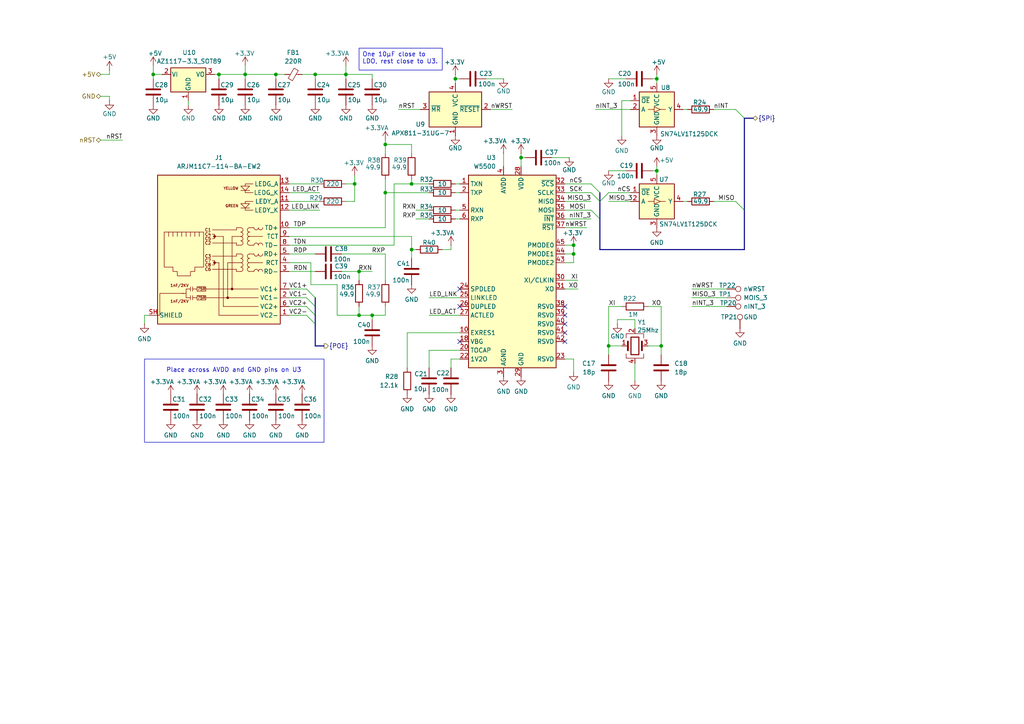
<source format=kicad_sch>
(kicad_sch (version 20241209) (generator "eeschema") (generator_version "8.99")
  (paper "A4")
  (title_block (title "Poe Ethernet GPIB Adapter") (date "2024-12-25") (rev "1") (company "KOFOTRONIC"))
  (bus_alias "POE" (members "VC1+" "VC1-" "VC2+" "VC2-"))
  (rectangle (start 41.91 104.14) (end 93.98 128.27))
  (text "Place across AVDD and GND pins on U3" (at 67.818 107.442 0) (effects (font (size 1.27 1.27))))
  (text_box "One 10µF close to LDO, rest close to U3.\n" (at 104.14 13.97 0) (size 24.13 6.35) (margins 0.9525 0.9525 0.9525 0.9525) (effects (font (size 1.27 1.27)) (justify left top)))
  (junction (at 190.5 49.53))
  (junction (at 111.76 55.88))
  (junction (at 104.14 91.44))
  (junction (at 44.45 21.59))
  (junction (at 119.38 53.34))
  (junction (at 104.14 78.74))
  (junction (at 107.95 91.44))
  (junction (at 176.53 100.33))
  (junction (at 119.38 72.39))
  (junction (at 102.87 53.34))
  (junction (at 80.01 21.59))
  (junction (at 111.76 41.91))
  (junction (at 151.13 45.72))
  (junction (at 91.44 21.59))
  (junction (at 71.12 21.59))
  (junction (at 100.33 21.59))
  (junction (at 63.5 21.59))
  (junction (at 166.37 73.66))
  (junction (at 191.77 100.33))
  (junction (at 190.5 22.86))
  (junction (at 132.08 22.86))
  (junction (at 166.37 71.12))
  (no_connect (at 133.35 99.06))
  (no_connect (at 133.35 88.9))
  (no_connect (at 163.83 99.06))
  (no_connect (at 163.83 93.98))
  (no_connect (at 163.83 91.44))
  (no_connect (at 163.83 88.9))
  (no_connect (at 163.83 96.52))
  (no_connect (at 133.35 83.82))
  (bus_entry (at 173.99 58.42) (size 2.54 -2.54))
  (bus_entry (at 173.99 63.5) (size -2.54 -2.54))
  (bus_entry (at 91.44 93.98) (size -2.54 -2.54))
  (bus_entry (at 91.44 91.44) (size -2.54 -2.54))
  (bus_entry (at 215.9 60.96) (size -2.54 -2.54))
  (bus_entry (at 91.44 88.9) (size -2.54 -2.54))
  (bus_entry (at 173.99 58.42) (size -2.54 -2.54))
  (bus_entry (at 91.44 86.36) (size -2.54 -2.54))
  (bus_entry (at 215.9 34.29) (size -2.54 -2.54))
  (bus_entry (at 173.99 55.88) (size -2.54 -2.54))
  (wire (pts (xy 124.46 101.6) (xy 124.46 106.68)))
  (wire (pts (xy 83.82 91.44) (xy 88.9 91.44)))
  (wire (pts (xy 200.66 86.36) (xy 210.82 86.36)))
  (wire (pts (xy 163.83 60.96) (xy 171.45 60.96)))
  (bus (pts (xy 173.99 55.88) (xy 173.99 58.42)))
  (wire (pts (xy 132.08 22.86) (xy 132.08 24.13)))
  (wire (pts (xy 99.06 73.66) (xy 111.76 73.66)))
  (wire (pts (xy 100.33 19.05) (xy 100.33 21.59)))
  (wire (pts (xy 114.3 71.12) (xy 114.3 53.34)))
  (bus (pts (xy 173.99 72.39) (xy 173.99 63.5)))
  (wire (pts (xy 132.08 53.34) (xy 133.35 53.34)))
  (wire (pts (xy 190.5 22.86) (xy 190.5 24.13)))
  (wire (pts (xy 62.23 21.59) (xy 63.5 21.59)))
  (wire (pts (xy 63.5 21.59) (xy 63.5 22.86)))
  (wire (pts (xy 190.5 49.53) (xy 190.5 50.8)))
  (wire (pts (xy 207.01 31.75) (xy 213.36 31.75)))
  (bus (pts (xy 91.44 91.44) (xy 91.44 93.98)))
  (wire (pts (xy 111.76 66.04) (xy 111.76 55.88)))
  (wire (pts (xy 107.95 91.44) (xy 104.14 91.44)))
  (wire (pts (xy 167.64 83.82) (xy 163.83 83.82)))
  (wire (pts (xy 100.33 58.42) (xy 102.87 58.42)))
  (wire (pts (xy 176.53 100.33) (xy 176.53 102.87)))
  (wire (pts (xy 166.37 76.2) (xy 166.37 73.66)))
  (wire (pts (xy 107.95 21.59) (xy 100.33 21.59)))
  (wire (pts (xy 83.82 55.88) (xy 92.71 55.88)))
  (wire (pts (xy 132.08 60.96) (xy 133.35 60.96)))
  (wire (pts (xy 90.17 82.55) (xy 97.79 82.55)))
  (wire (pts (xy 100.33 53.34) (xy 102.87 53.34)))
  (wire (pts (xy 83.82 88.9) (xy 88.9 88.9)))
  (wire (pts (xy 97.79 82.55) (xy 97.79 91.44)))
  (wire (pts (xy 180.34 100.33) (xy 176.53 100.33)))
  (wire (pts (xy 176.53 55.88) (xy 182.88 55.88)))
  (wire (pts (xy 44.45 21.59) (xy 46.99 21.59)))
  (wire (pts (xy 207.01 58.42) (xy 213.36 58.42)))
  (wire (pts (xy 163.83 73.66) (xy 166.37 73.66)))
  (wire (pts (xy 191.77 100.33) (xy 191.77 102.87)))
  (wire (pts (xy 83.82 60.96) (xy 92.71 60.96)))
  (wire (pts (xy 71.12 21.59) (xy 71.12 22.86)))
  (wire (pts (xy 176.53 49.53) (xy 181.61 49.53)))
  (wire (pts (xy 114.3 53.34) (xy 119.38 53.34)))
  (wire (pts (xy 91.44 21.59) (xy 91.44 22.86)))
  (wire (pts (xy 44.45 21.59) (xy 44.45 22.86)))
  (wire (pts (xy 187.96 100.33) (xy 191.77 100.33)))
  (wire (pts (xy 119.38 52.07) (xy 119.38 53.34)))
  (wire (pts (xy 83.82 76.2) (xy 90.17 76.2)))
  (wire (pts (xy 120.65 60.96) (xy 124.46 60.96)))
  (wire (pts (xy 31.75 21.59) (xy 29.21 21.59)))
  (wire (pts (xy 151.13 45.72) (xy 151.13 48.26)))
  (wire (pts (xy 107.95 91.44) (xy 107.95 92.71)))
  (wire (pts (xy 71.12 21.59) (xy 63.5 21.59)))
  (wire (pts (xy 130.81 104.14) (xy 130.81 106.68)))
  (wire (pts (xy 166.37 104.14) (xy 166.37 107.95)))
  (wire (pts (xy 104.14 91.44) (xy 104.14 88.9)))
  (wire (pts (xy 163.83 53.34) (xy 171.45 53.34)))
  (wire (pts (xy 130.81 72.39) (xy 128.27 72.39)))
  (wire (pts (xy 146.05 44.45) (xy 146.05 48.26)))
  (wire (pts (xy 97.79 91.44) (xy 104.14 91.44)))
  (wire (pts (xy 111.76 91.44) (xy 107.95 91.44)))
  (wire (pts (xy 142.24 31.75) (xy 148.59 31.75)))
  (wire (pts (xy 166.37 104.14) (xy 163.83 104.14)))
  (wire (pts (xy 41.91 91.44) (xy 41.91 93.98)))
  (wire (pts (xy 111.76 40.64) (xy 111.76 41.91)))
  (wire (pts (xy 151.13 45.72) (xy 152.4 45.72)))
  (wire (pts (xy 176.53 58.42) (xy 182.88 58.42)))
  (wire (pts (xy 167.64 81.28) (xy 163.83 81.28)))
  (wire (pts (xy 176.53 88.9) (xy 176.53 100.33)))
  (bus (pts (xy 91.44 100.33) (xy 93.98 100.33)))
  (wire (pts (xy 124.46 86.36) (xy 133.35 86.36)))
  (wire (pts (xy 118.11 96.52) (xy 133.35 96.52)))
  (wire (pts (xy 165.1 45.72) (xy 160.02 45.72)))
  (wire (pts (xy 190.5 21.59) (xy 190.5 22.86)))
  (wire (pts (xy 119.38 44.45) (xy 119.38 41.91)))
  (bus (pts (xy 215.9 34.29) (xy 215.9 60.96)))
  (wire (pts (xy 83.82 58.42) (xy 92.71 58.42)))
  (wire (pts (xy 29.21 27.94) (xy 31.75 27.94)))
  (wire (pts (xy 111.76 55.88) (xy 124.46 55.88)))
  (wire (pts (xy 111.76 73.66) (xy 111.76 81.28)))
  (wire (pts (xy 172.72 31.75) (xy 182.88 31.75)))
  (bus (pts (xy 173.99 72.39) (xy 215.9 72.39)))
  (wire (pts (xy 80.01 21.59) (xy 80.01 22.86)))
  (wire (pts (xy 83.82 86.36) (xy 88.9 86.36)))
  (wire (pts (xy 184.15 92.71) (xy 179.07 92.71)))
  (wire (pts (xy 166.37 73.66) (xy 166.37 71.12)))
  (wire (pts (xy 111.76 52.07) (xy 111.76 55.88)))
  (wire (pts (xy 91.44 21.59) (xy 100.33 21.59)))
  (wire (pts (xy 120.65 63.5) (xy 124.46 63.5)))
  (wire (pts (xy 90.17 76.2) (xy 90.17 82.55)))
  (wire (pts (xy 104.14 78.74) (xy 107.95 78.74)))
  (wire (pts (xy 83.82 71.12) (xy 114.3 71.12)))
  (wire (pts (xy 83.82 68.58) (xy 119.38 68.58)))
  (wire (pts (xy 35.56 40.64) (xy 29.21 40.64)))
  (wire (pts (xy 133.35 101.6) (xy 124.46 101.6)))
  (wire (pts (xy 115.57 31.75) (xy 121.92 31.75)))
  (bus (pts (xy 218.44 34.29) (xy 215.9 34.29)))
  (wire (pts (xy 190.5 48.26) (xy 190.5 49.53)))
  (bus (pts (xy 91.44 88.9) (xy 91.44 91.44)))
  (bus (pts (xy 215.9 60.96) (xy 215.9 72.39)))
  (wire (pts (xy 102.87 53.34) (xy 102.87 58.42)))
  (wire (pts (xy 200.66 88.9) (xy 210.82 88.9)))
  (wire (pts (xy 31.75 27.94) (xy 31.75 29.21)))
  (wire (pts (xy 163.83 66.04) (xy 170.18 66.04)))
  (wire (pts (xy 163.83 55.88) (xy 171.45 55.88)))
  (wire (pts (xy 198.12 31.75) (xy 199.39 31.75)))
  (wire (pts (xy 80.01 21.59) (xy 71.12 21.59)))
  (bus (pts (xy 91.44 86.36) (xy 91.44 88.9)))
  (bus (pts (xy 173.99 58.42) (xy 173.99 63.5)))
  (wire (pts (xy 31.75 20.32) (xy 31.75 21.59)))
  (wire (pts (xy 104.14 78.74) (xy 99.06 78.74)))
  (wire (pts (xy 184.15 105.41) (xy 184.15 110.49)))
  (wire (pts (xy 102.87 50.8) (xy 102.87 53.34)))
  (wire (pts (xy 83.82 73.66) (xy 91.44 73.66)))
  (wire (pts (xy 132.08 63.5) (xy 133.35 63.5)))
  (wire (pts (xy 111.76 41.91) (xy 111.76 44.45)))
  (wire (pts (xy 83.82 78.74) (xy 91.44 78.74)))
  (wire (pts (xy 187.96 88.9) (xy 191.77 88.9)))
  (wire (pts (xy 82.55 21.59) (xy 80.01 21.59)))
  (wire (pts (xy 184.15 95.25) (xy 184.15 92.71)))
  (wire (pts (xy 83.82 53.34) (xy 92.71 53.34)))
  (wire (pts (xy 179.07 92.71) (xy 179.07 93.98)))
  (wire (pts (xy 189.23 49.53) (xy 190.5 49.53)))
  (wire (pts (xy 133.35 104.14) (xy 130.81 104.14)))
  (wire (pts (xy 43.18 91.44) (xy 41.91 91.44)))
  (wire (pts (xy 176.53 22.86) (xy 181.61 22.86)))
  (wire (pts (xy 119.38 41.91) (xy 111.76 41.91)))
  (wire (pts (xy 119.38 72.39) (xy 119.38 74.93)))
  (wire (pts (xy 191.77 88.9) (xy 191.77 100.33)))
  (wire (pts (xy 87.63 21.59) (xy 91.44 21.59)))
  (wire (pts (xy 104.14 81.28) (xy 104.14 78.74)))
  (wire (pts (xy 124.46 91.44) (xy 133.35 91.44)))
  (wire (pts (xy 189.23 22.86) (xy 190.5 22.86)))
  (wire (pts (xy 71.12 19.05) (xy 71.12 21.59)))
  (wire (pts (xy 83.82 83.82) (xy 88.9 83.82)))
  (wire (pts (xy 130.81 71.12) (xy 130.81 72.39)))
  (wire (pts (xy 107.95 22.86) (xy 107.95 21.59)))
  (wire (pts (xy 151.13 44.45) (xy 151.13 45.72)))
  (wire (pts (xy 200.66 83.82) (xy 210.82 83.82)))
  (wire (pts (xy 163.83 63.5) (xy 171.45 63.5)))
  (wire (pts (xy 132.08 21.59) (xy 132.08 22.86)))
  (wire (pts (xy 180.34 88.9) (xy 176.53 88.9)))
  (wire (pts (xy 132.08 55.88) (xy 133.35 55.88)))
  (wire (pts (xy 111.76 88.9) (xy 111.76 91.44)))
  (wire (pts (xy 118.11 106.68) (xy 118.11 96.52)))
  (wire (pts (xy 119.38 68.58) (xy 119.38 72.39)))
  (wire (pts (xy 146.05 22.86) (xy 140.97 22.86)))
  (wire (pts (xy 83.82 66.04) (xy 111.76 66.04)))
  (wire (pts (xy 198.12 58.42) (xy 199.39 58.42)))
  (wire (pts (xy 119.38 72.39) (xy 120.65 72.39)))
  (bus (pts (xy 91.44 93.98) (xy 91.44 100.33)))
  (wire (pts (xy 44.45 19.05) (xy 44.45 21.59)))
  (wire (pts (xy 119.38 53.34) (xy 124.46 53.34)))
  (wire (pts (xy 163.83 58.42) (xy 171.45 58.42)))
  (wire (pts (xy 163.83 76.2) (xy 166.37 76.2)))
  (wire (pts (xy 132.08 22.86) (xy 133.35 22.86)))
  (wire (pts (xy 166.37 71.12) (xy 163.83 71.12)))
  (wire (pts (xy 182.88 29.21) (xy 180.34 29.21)))
  (wire (pts (xy 100.33 21.59) (xy 100.33 22.86)))
  (wire (pts (xy 54.61 30.48) (xy 54.61 29.21)))
  (wire (pts (xy 180.34 29.21) (xy 180.34 39.37)))
  (label "nINT" (at 207.01 31.75 0))
  (label "LED_ACT" (at 92.71 55.88 180))
  (label "LED_LNK" (at 92.71 60.96 180))
  (label "VC1-" (at 83.82 86.36 0))
  (label "LED_LNK" (at 124.46 86.36 0))
  (label "XI" (at 176.53 88.9 0))
  (label "RXN" (at 107.95 78.74 180))
  (label "nINT_3" (at 171.45 63.5 180))
  (label "RXP" (at 120.65 63.5 180))
  (label "RDP" (at 85.09 73.66 0))
  (label "MISO_3" (at 200.66 86.36 0))
  (label "SCK" (at 165.1 55.88 0))
  (label "RXP" (at 111.76 73.66 180))
  (label "LED_ACT" (at 124.46 91.44 0))
  (label "XO" (at 191.77 88.9 180))
  (label "nCS" (at 165.1 53.34 0))
  (label "TDP" (at 85.09 66.04 0))
  (label "nWRST" (at 148.59 31.75 180))
  (label "nWRST" (at 170.18 66.04 180))
  (label "VC1+" (at 83.82 83.82 0))
  (label "RXN" (at 120.65 60.96 180))
  (label "MOSI" (at 165.1 60.96 0))
  (label "MISO_3" (at 176.53 58.42 0))
  (label "XI" (at 167.64 81.28 180))
  (label "nRST" (at 115.57 31.75 0))
  (label "XO" (at 167.64 83.82 180))
  (label "nCS" (at 179.07 55.88 0))
  (label "nWRST" (at 200.66 83.82 0))
  (label "nRST" (at 35.56 40.64 180))
  (label "VC2-" (at 83.82 91.44 0))
  (label "RDN" (at 85.09 78.74 0))
  (label "TDN" (at 85.09 71.12 0))
  (label "nINT_3" (at 172.72 31.75 0))
  (label "nINT_3" (at 200.66 88.9 0))
  (label "MISO_3" (at 171.45 58.42 180))
  (label "VC2+" (at 83.82 88.9 0))
  (label "MISO" (at 208.28 58.42 0))
  (hierarchical_label "{SPI}" (shape bidirectional) (at 218.44 34.29 0))
  (hierarchical_label "+5V" (shape bidirectional) (at 29.21 21.59 180))
  (hierarchical_label "nRST" (shape bidirectional) (at 29.21 40.64 180))
  (hierarchical_label "{POE}" (shape output) (at 93.98 100.33 0))
  (hierarchical_label "GND" (shape bidirectional) (at 29.21 27.94 180))
  (symbol (lib_id "Device:C") (at 80.01 26.67 0) (unit 1)
    (property "Reference" "C27" (at 84.328 24.638 0) (effects (justify right)))
    (property "Value" "10µ" (at 80.518 28.956 0) (effects (justify left)))
    (property "Footprint" "Capacitor_SMD:C_0402_1005Metric" (effects (hide yes)))
    (property "Description" "Unpolarized capacitor" (effects (hide yes)))
    (property "Model" "GRM155R60J106ME05D" (effects (hide yes)))
    (property "Manufacturer" "Murata" (effects (hide yes)))
    (property "JLCPCB" "C15525" (effects (hide yes)))
  )
  (symbol (lib_id "power:GND") (at 184.15 110.49 0) (unit 1)
    (property "Reference" "#PWR072" (effects (hide yes)))
    (property "Value" "GND" (at 184.15 114.808 0))
    (property "Description" "Power symbol creates a global label with name \"GND\" , ground" (effects (hide yes)))
  )
  (symbol (lib_id "Device:C") (at 80.01 118.11 180) (unit 1)
    (property "Reference" "C35" (at 84.328 115.824 0) (effects (justify left)))
    (property "Value" "100n" (at 85.598 120.65 0) (effects (justify left)))
    (property "Footprint" "Capacitor_SMD:C_0402_1005Metric" (effects (hide yes)))
    (property "Description" "Unpolarized capacitor" (effects (hide yes)))
    (property "Model" "C0402C104K4RACTU" (effects (hide yes)))
    (property "Manufacturer" "KEMET" (effects (hide yes)))
    (property "JLCPCB" "C1525" (effects (hide yes)))
  )
  (symbol (lib_id "power:GND") (at 80.01 121.92 0) (unit 1)
    (property "Reference" "#PWR0117" (effects (hide yes)))
    (property "Value" "GND" (at 80.01 126.238 0))
    (property "Description" "Power symbol creates a global label with name \"GND\" , ground" (effects (hide yes)))
  )
  (symbol (lib_id "power:GND") (at 190.5 66.04 0) (unit 1)
    (property "Reference" "#PWR080" (effects (hide yes)))
    (property "Value" "GND" (at 190.5 70.358 0))
    (property "Description" "Power symbol creates a global label with name \"GND\" , ground" (effects (hide yes)))
  )
  (symbol (lib_id "Device:C") (at 49.53 118.11 180) (unit 1)
    (property "Reference" "C31" (at 53.848 115.824 0) (effects (justify left)))
    (property "Value" "100n" (at 55.118 120.65 0) (effects (justify left)))
    (property "Footprint" "Capacitor_SMD:C_0402_1005Metric" (effects (hide yes)))
    (property "Description" "Unpolarized capacitor" (effects (hide yes)))
    (property "Model" "C0402C104K4RACTU" (effects (hide yes)))
    (property "Manufacturer" "KEMET" (effects (hide yes)))
    (property "JLCPCB" "C1525" (effects (hide yes)))
  )
  (symbol (lib_id "Regulator_Linear:AZ1117-3.3_SOT89") (at 54.61 21.59 0) (unit 1)
    (property "Reference" "U10" (at 54.864 15.24 0))
    (property "Value" "AZ1117-3.3_SOT89" (at 54.864 17.78 0))
    (property "Footprint" "Package_TO_SOT_SMD:SOT-89-3" (effects (hide yes)))
    (property "Datasheet" "https://www.diodes.com/assets/Datasheets/AZ1117.pdf" (effects (hide yes)))
    (property "Description" "1A 20V Fixed LDO Linear Regulator, 3.3V, SOT-89" (effects (hide yes)))
    (property "Model" "AZ1117CR2-3.3TRG1" (effects (hide yes)))
    (property "Manufacturer" "Diodes Incorporated" (effects (hide yes)))
    (property "JLCPCB" "C362111 " (effects (hide yes)))
  )
  (symbol (lib_id "Device:R") (at 203.2 58.42 90) (mirror x) (unit 1)
    (property "Reference" "R27" (at 202.946 56.388 90))
    (property "Value" "49.9" (at 203.2 58.42 90))
    (property "Footprint" "Resistor_SMD:R_0402_1005Metric" (effects (hide yes)))
    (property "Description" "Resistor" (effects (hide yes)))
    (property "Model" "RC0402FR-0749R9L" (effects (hide yes)))
    (property "Manufacturer" "Yageo" (effects (hide yes)))
  )
  (symbol (lib_id "Device:R") (at 111.76 48.26 0) (mirror x) (unit 1)
    (property "Reference" "R38" (at 108.458 46.482 0))
    (property "Value" "49.9" (at 108.204 48.514 0))
    (property "Footprint" "Resistor_SMD:R_0402_1005Metric" (effects (hide yes)))
    (property "Description" "Resistor" (effects (hide yes)))
    (property "Model" "RC0402FR-0749R9L" (effects (hide yes)))
    (property "Manufacturer" "Yageo" (effects (hide yes)))
  )
  (symbol (lib_id "power:GND") (at 191.77 110.49 0) (unit 1)
    (property "Reference" "#PWR071" (effects (hide yes)))
    (property "Value" "GND" (at 191.77 114.808 0))
    (property "Description" "Power symbol creates a global label with name \"GND\" , ground" (effects (hide yes)))
  )
  (symbol (lib_id "Device:C") (at 91.44 26.67 0) (unit 1)
    (property "Reference" "C24" (at 95.758 24.638 0) (effects (justify right)))
    (property "Value" "10µ" (at 91.948 28.956 0) (effects (justify left)))
    (property "Footprint" "Capacitor_SMD:C_0402_1005Metric" (effects (hide yes)))
    (property "Description" "Unpolarized capacitor" (effects (hide yes)))
    (property "Model" "GRM155R60J106ME05D" (effects (hide yes)))
    (property "Manufacturer" "Murata" (effects (hide yes)))
    (property "JLCPCB" "C15525" (effects (hide yes)))
  )
  (symbol (lib_id "Device:R") (at 128.27 55.88 90) (unit 1)
    (property "Reference" "R33" (at 123.698 54.864 90))
    (property "Value" "10" (at 128.27 55.88 90))
    (property "Footprint" "Resistor_SMD:R_0402_1005Metric" (effects (hide yes)))
    (property "Description" "Resistor" (effects (hide yes)))
    (property "Model" "RC0402FR-0710RL" (effects (hide yes)))
    (property "Manufacturer" "Yageo" (effects (hide yes)))
  )
  (symbol (lib_id "Device:C") (at 107.95 26.67 0) (unit 1)
    (property "Reference" "C30" (at 112.268 24.638 0) (effects (justify right)))
    (property "Value" "10µ" (at 108.458 28.956 0) (effects (justify left)))
    (property "Footprint" "Capacitor_SMD:C_0402_1005Metric" (effects (hide yes)))
    (property "Description" "Unpolarized capacitor" (effects (hide yes)))
    (property "Model" "GRM155R60J106ME05D" (effects (hide yes)))
    (property "Manufacturer" "Murata" (effects (hide yes)))
    (property "JLCPCB" "C15525" (effects (hide yes)))
  )
  (symbol (lib_id "power:GND") (at 107.95 30.48 0) (unit 1)
    (property "Reference" "#PWR0103" (effects (hide yes)))
    (property "Value" "GND" (at 107.95 34.29 0))
    (property "Description" "Power symbol creates a global label with name \"GND\" , ground" (effects (hide yes)))
  )
  (symbol (lib_id "Device:R") (at 203.2 31.75 90) (mirror x) (unit 1)
    (property "Reference" "R24" (at 202.946 29.718 90))
    (property "Value" "49.9" (at 203.2 31.75 90))
    (property "Footprint" "Resistor_SMD:R_0402_1005Metric" (effects (hide yes)))
    (property "Description" "Resistor" (effects (hide yes)))
    (property "Model" "RC0402FR-0749R9L" (effects (hide yes)))
    (property "Manufacturer" "Yageo" (effects (hide yes)))
  )
  (symbol (lib_id "power:GND") (at 176.53 49.53 0) (mirror y) (unit 1)
    (property "Reference" "#PWR082" (effects (hide yes)))
    (property "Value" "GND" (at 176.53 53.086 0))
    (property "Description" "Power symbol creates a global label with name \"GND\" , ground" (effects (hide yes)))
  )
  (symbol (lib_id "power:GND") (at 130.81 114.3 0) (mirror y) (unit 1)
    (property "Reference" "#PWR086" (effects (hide yes)))
    (property "Value" "GND" (at 130.81 118.618 0))
    (property "Description" "Power symbol creates a global label with name \"GND\" , ground" (effects (hide yes)))
  )
  (symbol (lib_id "Device:C") (at 107.95 96.52 0) (mirror x) (unit 1)
    (property "Reference" "C40" (at 103.632 94.234 0) (effects (justify left)))
    (property "Value" "100n" (at 102.362 99.06 0) (effects (justify left)))
    (property "Footprint" "Capacitor_SMD:C_0402_1005Metric" (effects (hide yes)))
    (property "Description" "Unpolarized capacitor" (effects (hide yes)))
    (property "Model" "C0402C104K4RACTU" (effects (hide yes)))
    (property "Manufacturer" "KEMET" (effects (hide yes)))
    (property "JLCPCB" "C1525" (effects (hide yes)))
  )
  (symbol (lib_id "power:GND") (at 151.13 109.22 0) (mirror y) (unit 1)
    (property "Reference" "#PWR075" (effects (hide yes)))
    (property "Value" "GND" (at 151.13 113.538 0))
    (property "Description" "Power symbol creates a global label with name \"GND\" , ground" (effects (hide yes)))
  )
  (symbol (lib_id "power:+5V") (at 190.5 48.26 0) (unit 1)
    (property "Reference" "#PWR083" (effects (hide yes)))
    (property "Value" "+5V" (at 193.294 46.482 0))
    (property "Description" "Power symbol creates a global label with name \"+5V\"" (effects (hide yes)))
  )
  (symbol (lib_id "power:GND") (at 31.75 29.21 0) (unit 1)
    (property "Reference" "#PWR0126" (effects (hide yes)))
    (property "Value" "GND" (at 31.75 33.02 0))
    (property "Description" "Power symbol creates a global label with name \"GND\" , ground" (effects (hide yes)))
  )
  (symbol (lib_id "Device:C") (at 44.45 26.67 0) (unit 1)
    (property "Reference" "C28" (at 48.768 24.638 0) (effects (justify right)))
    (property "Value" "10µ" (at 44.958 28.956 0) (effects (justify left)))
    (property "Footprint" "Capacitor_SMD:C_0402_1005Metric" (effects (hide yes)))
    (property "Description" "Unpolarized capacitor" (effects (hide yes)))
    (property "Model" "GRM155R60J106ME05D" (effects (hide yes)))
    (property "Manufacturer" "Murata" (effects (hide yes)))
    (property "JLCPCB" "C15525" (effects (hide yes)))
  )
  (symbol (lib_id "power:GND") (at 44.45 30.48 0) (unit 1)
    (property "Reference" "#PWR0101" (effects (hide yes)))
    (property "Value" "GND" (at 44.45 34.29 0))
    (property "Description" "Power symbol creates a global label with name \"GND\" , ground" (effects (hide yes)))
  )
  (symbol (lib_id "Device:C") (at 95.25 78.74 270) (mirror x) (unit 1)
    (property "Reference" "C39" (at 97.028 77.216 90) (effects (justify left)))
    (property "Value" "100n" (at 96.774 80.264 90) (effects (justify left)))
    (property "Footprint" "Capacitor_SMD:C_0402_1005Metric" (effects (hide yes)))
    (property "Description" "Unpolarized capacitor" (effects (hide yes)))
    (property "Model" "C0402C104K4RACTU" (effects (hide yes)))
    (property "Manufacturer" "KEMET" (effects (hide yes)))
    (property "JLCPCB" "C1525" (effects (hide yes)))
  )
  (symbol (lib_id "power:+3.3VA") (at 64.77 114.3 0) (unit 1)
    (property "Reference" "#PWR0111" (effects (hide yes)))
    (property "Value" "+3.3VA" (at 62.23 110.744 0))
    (property "Description" "Power symbol creates a global label with name \"+3.3VA\"" (effects (hide yes)))
  )
  (symbol (lib_id "Device:C") (at 185.42 49.53 90) (unit 1)
    (property "Reference" "C19" (at 183.642 48.006 90) (effects (justify left)))
    (property "Value" "100n" (at 183.896 51.054 90) (effects (justify left)))
    (property "Footprint" "Capacitor_SMD:C_0402_1005Metric" (effects (hide yes)))
    (property "Description" "Unpolarized capacitor" (effects (hide yes)))
    (property "Model" "C0402C104K4RACTU" (effects (hide yes)))
    (property "Manufacturer" "KEMET" (effects (hide yes)))
    (property "JLCPCB" "C1525" (effects (hide yes)))
  )
  (symbol (lib_id "Device:C") (at 87.63 118.11 180) (unit 1)
    (property "Reference" "C36" (at 91.948 115.824 0) (effects (justify left)))
    (property "Value" "100n" (at 93.218 120.65 0) (effects (justify left)))
    (property "Footprint" "Capacitor_SMD:C_0402_1005Metric" (effects (hide yes)))
    (property "Description" "Unpolarized capacitor" (effects (hide yes)))
    (property "Model" "C0402C104K4RACTU" (effects (hide yes)))
    (property "Manufacturer" "KEMET" (effects (hide yes)))
    (property "JLCPCB" "C1525" (effects (hide yes)))
  )
  (symbol (lib_id "Device:C") (at 71.12 26.67 0) (unit 1)
    (property "Reference" "C26" (at 75.438 24.638 0) (effects (justify right)))
    (property "Value" "10µ" (at 71.628 28.956 0) (effects (justify left)))
    (property "Footprint" "Capacitor_SMD:C_0402_1005Metric" (effects (hide yes)))
    (property "Description" "Unpolarized capacitor" (effects (hide yes)))
    (property "Model" "GRM155R60J106ME05D" (effects (hide yes)))
    (property "Manufacturer" "Murata" (effects (hide yes)))
    (property "JLCPCB" "C15525" (effects (hide yes)))
  )
  (symbol (lib_id "Device:Crystal_GND24") (at 184.15 100.33 0) (unit 1)
    (property "Reference" "Y1" (at 186.182 93.472 0))
    (property "Value" "25Mhz" (at 187.96 95.758 0))
    (property "Footprint" "Crystal:Crystal_SMD_2520-4Pin_2.5x2.0mm" (effects (hide yes)))
    (property "Description" "Four pin crystal, GND on pins 2 and 4" (effects (hide yes)))
    (property "Model" "ECS-250-18-36B2-CTY-TR" (effects (hide yes)))
    (property "Manufacturer" "ECS" (effects (hide yes)))
    (property "JLCPCB" "C5727305" (effects (hide yes)))
  )
  (symbol (lib_id "Device:FerriteBead_Small") (at 85.09 21.59 90) (unit 1)
    (property "Reference" "FB1" (at 85.0519 15.24 90))
    (property "Value" "220R" (at 85.0519 17.78 90))
    (property "Footprint" "Inductor_SMD:L_0603_1608Metric" (effects (hide yes)))
    (property "Datasheet" "https://no.mouser.com/datasheet/2/54/mgmumz-1067070.pdf" (effects (hide yes)))
    (property "Description" "Ferrite bead, small symbol" (effects (hide yes)))
    (property "Model" "MU1608-221Y " (effects (hide yes)))
    (property "Manufacturer" "Bourns" (effects (hide yes)))
    (property "JLCPCB" "C139471" (effects (hide yes)))
  )
  (symbol (lib_id "Device:C") (at 124.46 110.49 0) (mirror y) (unit 1)
    (property "Reference" "C21" (at 120.142 108.458 0) (effects (justify right)))
    (property "Value" "10µ" (at 123.952 112.776 0) (effects (justify left)))
    (property "Footprint" "Capacitor_SMD:C_0402_1005Metric" (effects (hide yes)))
    (property "Description" "Unpolarized capacitor" (effects (hide yes)))
    (property "Model" "GRM155R60J106ME05D" (effects (hide yes)))
    (property "Manufacturer" "Murata" (effects (hide yes)))
    (property "JLCPCB" "C15525" (effects (hide yes)))
  )
  (symbol (lib_id "Device:C") (at 185.42 22.86 90) (unit 1)
    (property "Reference" "C20" (at 183.134 21.336 90) (effects (justify left)))
    (property "Value" "100n" (at 184.15 24.384 90) (effects (justify left)))
    (property "Footprint" "Capacitor_SMD:C_0402_1005Metric" (effects (hide yes)))
    (property "Description" "Unpolarized capacitor" (effects (hide yes)))
    (property "Model" "C0402C104K4RACTU" (effects (hide yes)))
    (property "Manufacturer" "KEMET" (effects (hide yes)))
    (property "JLCPCB" "C1525" (effects (hide yes)))
  )
  (symbol (lib_id "Device:R") (at 111.76 85.09 0) (mirror x) (unit 1)
    (property "Reference" "R37" (at 108.458 83.312 0))
    (property "Value" "49.9" (at 108.204 85.344 0))
    (property "Footprint" "Resistor_SMD:R_0402_1005Metric" (effects (hide yes)))
    (property "Description" "Resistor" (effects (hide yes)))
    (property "Model" "RC0402FR-0749R9L" (effects (hide yes)))
    (property "Manufacturer" "Yageo" (effects (hide yes)))
  )
  (symbol (lib_id "power:GND") (at 72.39 121.92 0) (unit 1)
    (property "Reference" "#PWR0114" (effects (hide yes)))
    (property "Value" "GND" (at 72.39 126.238 0))
    (property "Description" "Power symbol creates a global label with name \"GND\" , ground" (effects (hide yes)))
  )
  (symbol (lib_id "power:GND") (at 64.77 121.92 0) (unit 1)
    (property "Reference" "#PWR0113" (effects (hide yes)))
    (property "Value" "GND" (at 64.77 126.238 0))
    (property "Description" "Power symbol creates a global label with name \"GND\" , ground" (effects (hide yes)))
  )
  (symbol (lib_id "power:GND") (at 80.01 30.48 0) (unit 1)
    (property "Reference" "#PWR0100" (effects (hide yes)))
    (property "Value" "GND" (at 80.01 34.29 0))
    (property "Description" "Power symbol creates a global label with name \"GND\" , ground" (effects (hide yes)))
  )
  (symbol (lib_id "power:GND") (at 91.44 30.48 0) (unit 1)
    (property "Reference" "#PWR098" (effects (hide yes)))
    (property "Value" "GND" (at 91.44 34.29 0))
    (property "Description" "Power symbol creates a global label with name \"GND\" , ground" (effects (hide yes)))
  )
  (symbol (lib_id "Device:R") (at 124.46 72.39 90) (mirror x) (unit 1)
    (property "Reference" "R40" (at 124.46 70.358 90))
    (property "Value" "10" (at 124.46 72.39 90))
    (property "Footprint" "Resistor_SMD:R_0402_1005Metric" (effects (hide yes)))
    (property "Description" "Resistor" (effects (hide yes)))
    (property "Model" "RC0402FR-0710RL" (effects (hide yes)))
    (property "Manufacturer" "Yageo" (effects (hide yes)))
  )
  (symbol (lib_id "Device:C") (at 156.21 45.72 270) (mirror x) (unit 1)
    (property "Reference" "C37" (at 157.988 44.196 90) (effects (justify left)))
    (property "Value" "100n" (at 157.734 47.244 90) (effects (justify left)))
    (property "Footprint" "Capacitor_SMD:C_0402_1005Metric" (effects (hide yes)))
    (property "Description" "Unpolarized capacitor" (effects (hide yes)))
    (property "Model" "C0402C104K4RACTU" (effects (hide yes)))
    (property "Manufacturer" "KEMET" (effects (hide yes)))
    (property "JLCPCB" "C1525" (effects (hide yes)))
  )
  (symbol (lib_id "Device:R") (at 104.14 85.09 0) (mirror x) (unit 1)
    (property "Reference" "R36" (at 100.838 83.312 0))
    (property "Value" "49.9" (at 100.584 85.344 0))
    (property "Footprint" "Resistor_SMD:R_0402_1005Metric" (effects (hide yes)))
    (property "Description" "Resistor" (effects (hide yes)))
    (property "Model" "RC0402FR-0749R9L" (effects (hide yes)))
    (property "Manufacturer" "Yageo" (effects (hide yes)))
  )
  (symbol (lib_id "power:+3.3VA") (at 130.81 71.12 0) (unit 1)
    (property "Reference" "#PWR0123" (effects (hide yes)))
    (property "Value" "+3.3VA" (at 128.27 67.564 0))
    (property "Description" "Power symbol creates a global label with name \"+3.3VA\"" (effects (hide yes)))
  )
  (symbol (lib_id "power:GND") (at 180.34 39.37 0) (mirror y) (unit 1)
    (property "Reference" "#PWR078" (effects (hide yes)))
    (property "Value" "GND" (at 180.34 43.688 0))
    (property "Description" "Power symbol creates a global label with name \"GND\" , ground" (effects (hide yes)))
  )
  (symbol (lib_id "power:GND") (at 132.08 39.37 0) (unit 1)
    (property "Reference" "#PWR095" (effects (hide yes)))
    (property "Value" "GND" (at 132.08 42.926 0))
    (property "Description" "Power symbol creates a global label with name \"GND\" , ground" (effects (hide yes)))
  )
  (symbol (lib_id "power:+5V") (at 190.5 21.59 0) (unit 1)
    (property "Reference" "#PWR084" (effects (hide yes)))
    (property "Value" "+5V" (at 191.008 18.034 0))
    (property "Description" "Power symbol creates a global label with name \"+5V\"" (effects (hide yes)))
  )
  (symbol (lib_id "power:+3.3VA") (at 72.39 114.3 0) (unit 1)
    (property "Reference" "#PWR0112" (effects (hide yes)))
    (property "Value" "+3.3VA" (at 69.85 110.744 0))
    (property "Description" "Power symbol creates a global label with name \"+3.3VA\"" (effects (hide yes)))
  )
  (symbol (lib_id "Device:C") (at 119.38 78.74 0) (mirror x) (unit 1)
    (property "Reference" "C41" (at 115.062 76.454 0) (effects (justify left)))
    (property "Value" "100n" (at 113.792 81.28 0) (effects (justify left)))
    (property "Footprint" "Capacitor_SMD:C_0402_1005Metric" (effects (hide yes)))
    (property "Description" "Unpolarized capacitor" (effects (hide yes)))
    (property "Model" "C0402C104K4RACTU" (effects (hide yes)))
    (property "Manufacturer" "KEMET" (effects (hide yes)))
    (property "JLCPCB" "C1525" (effects (hide yes)))
  )
  (symbol (lib_id "Device:C") (at 130.81 110.49 0) (mirror x) (unit 1)
    (property "Reference" "C22" (at 126.492 108.204 0) (effects (justify left)))
    (property "Value" "100n" (at 125.222 113.03 0) (effects (justify left)))
    (property "Footprint" "Capacitor_SMD:C_0402_1005Metric" (effects (hide yes)))
    (property "Description" "Unpolarized capacitor" (effects (hide yes)))
    (property "Model" "C0402C104K4RACTU" (effects (hide yes)))
    (property "Manufacturer" "KEMET" (effects (hide yes)))
    (property "JLCPCB" "C1525" (effects (hide yes)))
  )
  (symbol (lib_id "power:GND") (at 63.5 30.48 0) (unit 1)
    (property "Reference" "#PWR0102" (effects (hide yes)))
    (property "Value" "GND" (at 63.5 34.29 0))
    (property "Description" "Power symbol creates a global label with name \"GND\" , ground" (effects (hide yes)))
  )
  (symbol (lib_id "power:+3.3V") (at 151.13 44.45 0) (unit 1)
    (property "Reference" "#PWR089" (effects (hide yes)))
    (property "Value" "+3.3V" (at 150.876 40.894 0))
    (property "Description" "Power symbol creates a global label with name \"+3.3V\"" (effects (hide yes)))
  )
  (symbol (lib_id "power:GND") (at 119.38 82.55 0) (mirror y) (unit 1)
    (property "Reference" "#PWR0122" (effects (hide yes)))
    (property "Value" "GND" (at 119.38 86.868 0))
    (property "Description" "Power symbol creates a global label with name \"GND\" , ground" (effects (hide yes)))
  )
  (symbol (lib_id "power:+3.3VA") (at 80.01 114.3 0) (unit 1)
    (property "Reference" "#PWR0115" (effects (hide yes)))
    (property "Value" "+3.3VA" (at 77.47 110.744 0))
    (property "Description" "Power symbol creates a global label with name \"+3.3VA\"" (effects (hide yes)))
  )
  (symbol (lib_id "power:+3.3VA") (at 111.76 40.64 0) (unit 1)
    (property "Reference" "#PWR0124" (effects (hide yes)))
    (property "Value" "+3.3VA" (at 109.22 37.084 0))
    (property "Description" "Power symbol creates a global label with name \"+3.3VA\"" (effects (hide yes)))
  )
  (symbol (lib_id "power:GND") (at 41.91 93.98 0) (mirror y) (unit 1)
    (property "Reference" "#PWR091" (effects (hide yes)))
    (property "Value" "GND" (at 41.91 98.298 0))
    (property "Description" "Power symbol creates a global label with name \"GND\" , ground" (effects (hide yes)))
  )
  (symbol (lib_id "power:GND") (at 87.63 121.92 0) (unit 1)
    (property "Reference" "#PWR0118" (effects (hide yes)))
    (property "Value" "GND" (at 87.63 126.238 0))
    (property "Description" "Power symbol creates a global label with name \"GND\" , ground" (effects (hide yes)))
  )
  (symbol (lib_id "Connector:TestPoint") (at 210.82 83.82 270) (unit 1) (in_bom no)
    (property "Reference" "TP22" (at 208.534 82.804 90) (effects (justify left)))
    (property "Value" "nWRST" (at 215.646 83.82 90) (effects (justify left)))
    (property "Footprint" "TestPoint:TestPoint_Pad_D1.0mm" (effects (hide yes)))
    (property "Description" "test point" (effects (hide yes)))
  )
  (symbol (lib_id "Device:C") (at 137.16 22.86 270) (mirror x) (unit 1)
    (property "Reference" "C23" (at 138.938 21.336 90) (effects (justify left)))
    (property "Value" "100n" (at 138.684 24.384 90) (effects (justify left)))
    (property "Footprint" "Capacitor_SMD:C_0402_1005Metric" (effects (hide yes)))
    (property "Description" "Unpolarized capacitor" (effects (hide yes)))
    (property "Model" "C0402C104K4RACTU" (effects (hide yes)))
    (property "Manufacturer" "KEMET" (effects (hide yes)))
    (property "JLCPCB" "C1525" (effects (hide yes)))
  )
  (symbol (lib_id "power:+3.3VA") (at 100.33 19.05 0) (unit 1)
    (property "Reference" "#PWR096" (effects (hide yes)))
    (property "Value" "+3.3VA" (at 97.79 15.494 0))
    (property "Description" "Power symbol creates a global label with name \"+3.3VA\"" (effects (hide yes)))
  )
  (symbol (lib_id "Logic_LevelTranslator:SN74LV1T125DCK") (at 190.5 58.42 0) (unit 1)
    (property "Reference" "U7" (at 192.532 52.07 0))
    (property "Value" "SN74LV1T125DCK" (at 199.644 65.024 0))
    (property "Footprint" "Package_TO_SOT_SMD:SOT-353_SC-70-5" (effects (hide yes)))
    (property "Datasheet" "https://www.ti.com/lit/ds/symlink/sn74lv1t125.pdf" (effects (hide yes)))
    (property "Description" "Single Power Supply, Single Buffer Gate with 3-State Output, CMOS Logic Level Shifter Level Shifter, SC70-5" (effects (hide yes)))
    (property "Model" "SN74LV1T125DCKRG4" (effects (hide yes)))
    (property "Manufacturer" "  Texas Instruments" (effects (hide yes)))
    (property "JLCPCB" "C2859742 " (effects (hide yes)))
  )
  (symbol (lib_id "Connector:RJ45_Abracon_ARJM11C7-114-BA-EW2") (at 63.5 73.66 0) (mirror y) (unit 1)
    (property "Reference" "J1" (at 63.5 45.72 0))
    (property "Value" "ARJM11C7-114-BA-EW2" (at 63.5 48.26 0))
    (property "Footprint" "RJ45:RJ45_ARJM11C7-114-BA-EW2" (effects (hide yes)))
    (property "Datasheet" "https://no.mouser.com/datasheet/2/3/ARJM11-1775072.pdf" (effects (hide yes)))
    (property "Description" "1 Port RJ45 Magjack Connector Through Hole 10/100 Base-T, AutoMDIX, POE" (effects (hide yes)))
    (property "Model" "ARJM11C7-114-BA-EW2" (effects (hide yes)))
    (property "Manufacturer" "ABRACON" (effects (hide yes)))
  )
  (symbol (lib_id "power:+3.3V") (at 71.12 19.05 0) (unit 1)
    (property "Reference" "#PWR0105" (effects (hide yes)))
    (property "Value" "+3.3V" (at 70.866 15.494 0))
    (property "Description" "Power symbol creates a global label with name \"+3.3V\"" (effects (hide yes)))
  )
  (symbol (lib_id "power:GND") (at 176.53 110.49 0) (unit 1)
    (property "Reference" "#PWR070" (effects (hide yes)))
    (property "Value" "GND" (at 176.53 114.808 0))
    (property "Description" "Power symbol creates a global label with name \"GND\" , ground" (effects (hide yes)))
  )
  (symbol (lib_id "Device:R") (at 128.27 60.96 90) (mirror x) (unit 1)
    (property "Reference" "R34" (at 123.698 59.944 90))
    (property "Value" "10" (at 128.27 60.96 90))
    (property "Footprint" "Resistor_SMD:R_0402_1005Metric" (effects (hide yes)))
    (property "Description" "Resistor" (effects (hide yes)))
    (property "Model" "RC0402FR-0710RL" (effects (hide yes)))
    (property "Manufacturer" "Yageo" (effects (hide yes)))
  )
  (symbol (lib_id "power:GND") (at 214.63 95.25 0) (unit 1)
    (property "Reference" "#PWR0127" (effects (hide yes)))
    (property "Value" "GND" (at 214.63 99.568 0))
    (property "Description" "Power symbol creates a global label with name \"GND\" , ground" (effects (hide yes)))
  )
  (symbol (lib_id "Device:C") (at 72.39 118.11 180) (unit 1)
    (property "Reference" "C34" (at 76.708 115.824 0) (effects (justify left)))
    (property "Value" "100n" (at 77.978 120.65 0) (effects (justify left)))
    (property "Footprint" "Capacitor_SMD:C_0402_1005Metric" (effects (hide yes)))
    (property "Description" "Unpolarized capacitor" (effects (hide yes)))
    (property "Model" "C0402C104K4RACTU" (effects (hide yes)))
    (property "Manufacturer" "KEMET" (effects (hide yes)))
    (property "JLCPCB" "C1525" (effects (hide yes)))
  )
  (symbol (lib_id "power:+3.3VA") (at 57.15 114.3 0) (unit 1)
    (property "Reference" "#PWR0108" (effects (hide yes)))
    (property "Value" "+3.3VA" (at 54.61 110.744 0))
    (property "Description" "Power symbol creates a global label with name \"+3.3VA\"" (effects (hide yes)))
  )
  (symbol (lib_id "Power_Supervisor:CAT811TTBI-GT3") (at 132.08 31.75 0) (unit 1)
    (property "Reference" "U9" (at 121.92 36.068 0))
    (property "Value" "APX811-31UG-7" (at 121.92 38.608 0))
    (property "Footprint" "Package_TO_SOT_SMD:SOT-143" (effects (hide yes)))
    (property "Description" "Power supply supervisor, Manual reset, Threshold 3.08V, SOT-143" (effects (hide yes)))
    (property "Model" "APX811-31UG-7" (effects (hide yes)))
    (property "Manufacturer" "Diodes Incorporated" (effects (hide yes)))
    (property "JLCPCB" "C150481" (effects (hide yes)))
  )
  (symbol (lib_id "power:+3.3V") (at 132.08 21.59 0) (unit 1)
    (property "Reference" "#PWR094" (effects (hide yes)))
    (property "Value" "+3.3V" (at 131.826 18.034 0))
    (property "Description" "Power symbol creates a global label with name \"+3.3V\"" (effects (hide yes)))
  )
  (symbol (lib_id "power:GND") (at 49.53 121.92 0) (unit 1)
    (property "Reference" "#PWR0110" (effects (hide yes)))
    (property "Value" "GND" (at 49.53 126.238 0))
    (property "Description" "Power symbol creates a global label with name \"GND\" , ground" (effects (hide yes)))
  )
  (symbol (lib_id "power:+5V") (at 44.45 19.05 0) (unit 1)
    (property "Reference" "#PWR0106" (effects (hide yes)))
    (property "Value" "+5V" (at 44.958 15.494 0))
    (property "Description" "Power symbol creates a global label with name \"+5V\"" (effects (hide yes)))
  )
  (symbol (lib_id "Device:R") (at 184.15 88.9 270) (unit 1)
    (property "Reference" "R22" (at 182.626 86.614 90))
    (property "Value" "1M" (at 183.642 91.186 90))
    (property "Footprint" "Resistor_SMD:R_0402_1005Metric" (effects (hide yes)))
    (property "Description" "Resistor" (effects (hide yes)))
    (property "Model" "RC0402FR-071ML" (effects (hide yes)))
    (property "Manufacturer" "Yageo" (effects (hide yes)))
  )
  (symbol (lib_id "Device:R") (at 128.27 53.34 90) (mirror x) (unit 1)
    (property "Reference" "R32" (at 123.698 52.07 90))
    (property "Value" "10" (at 128.27 53.34 90))
    (property "Footprint" "Resistor_SMD:R_0402_1005Metric" (effects (hide yes)))
    (property "Description" "Resistor" (effects (hide yes)))
    (property "Model" "RC0402FR-0710RL" (effects (hide yes)))
    (property "Manufacturer" "Yageo" (effects (hide yes)))
  )
  (symbol (lib_id "power:+3.3V") (at 102.87 50.8 0) (unit 1)
    (property "Reference" "#PWR088" (effects (hide yes)))
    (property "Value" "+3.3V" (at 102.616 47.244 0))
    (property "Description" "Power symbol creates a global label with name \"+3.3V\"" (effects (hide yes)))
  )
  (symbol (lib_id "Device:C") (at 64.77 118.11 180) (unit 1)
    (property "Reference" "C33" (at 69.088 115.824 0) (effects (justify left)))
    (property "Value" "100n" (at 70.358 120.65 0) (effects (justify left)))
    (property "Footprint" "Capacitor_SMD:C_0402_1005Metric" (effects (hide yes)))
    (property "Description" "Unpolarized capacitor" (effects (hide yes)))
    (property "Model" "C0402C104K4RACTU" (effects (hide yes)))
    (property "Manufacturer" "KEMET" (effects (hide yes)))
    (property "JLCPCB" "C1525" (effects (hide yes)))
  )
  (symbol (lib_id "power:GND") (at 146.05 109.22 0) (mirror y) (unit 1)
    (property "Reference" "#PWR076" (effects (hide yes)))
    (property "Value" "GND" (at 146.05 113.538 0))
    (property "Description" "Power symbol creates a global label with name \"GND\" , ground" (effects (hide yes)))
  )
  (symbol (lib_id "power:GND") (at 100.33 30.48 0) (unit 1)
    (property "Reference" "#PWR099" (effects (hide yes)))
    (property "Value" "GND" (at 100.33 34.29 0))
    (property "Description" "Power symbol creates a global label with name \"GND\" , ground" (effects (hide yes)))
  )
  (symbol (lib_id "Device:C") (at 57.15 118.11 180) (unit 1)
    (property "Reference" "C32" (at 61.468 115.824 0) (effects (justify left)))
    (property "Value" "100n" (at 62.738 120.65 0) (effects (justify left)))
    (property "Footprint" "Capacitor_SMD:C_0402_1005Metric" (effects (hide yes)))
    (property "Description" "Unpolarized capacitor" (effects (hide yes)))
    (property "Model" "C0402C104K4RACTU" (effects (hide yes)))
    (property "Manufacturer" "KEMET" (effects (hide yes)))
    (property "JLCPCB" "C1525" (effects (hide yes)))
  )
  (symbol (lib_id "power:GND") (at 54.61 30.48 0) (unit 1)
    (property "Reference" "#PWR0104" (effects (hide yes)))
    (property "Value" "GND" (at 54.61 34.29 0))
    (property "Description" "Power symbol creates a global label with name \"GND\" , ground" (effects (hide yes)))
  )
  (symbol (lib_id "power:+5V") (at 31.75 20.32 0) (unit 1)
    (property "Reference" "#PWR0125" (effects (hide yes)))
    (property "Value" "+5V" (at 31.75 16.51 0))
    (property "Description" "Power symbol creates a global label with name \"+5V\"" (effects (hide yes)))
  )
  (symbol (lib_id "Connector:TestPoint") (at 210.82 86.36 270) (unit 1) (in_bom no)
    (property "Reference" "TP1" (at 208.534 85.344 90) (effects (justify left)))
    (property "Value" "MOIS_3" (at 215.646 86.36 90) (effects (justify left)))
    (property "Footprint" "TestPoint:TestPoint_Pad_D1.0mm" (effects (hide yes)))
    (property "Description" "test point" (effects (hide yes)))
  )
  (symbol (lib_id "power:GND") (at 179.07 93.98 0) (unit 1)
    (property "Reference" "#PWR073" (effects (hide yes)))
    (property "Value" "GND" (at 179.07 97.536 0))
    (property "Description" "Power symbol creates a global label with name \"GND\" , ground" (effects (hide yes)))
  )
  (symbol (lib_id "power:+3.3V") (at 166.37 71.12 0) (unit 1)
    (property "Reference" "#PWR077" (effects (hide yes)))
    (property "Value" "+3.3V" (at 166.116 67.564 0))
    (property "Description" "Power symbol creates a global label with name \"+3.3V\"" (effects (hide yes)))
  )
  (symbol (lib_id "Device:R") (at 119.38 48.26 0) (mirror x) (unit 1)
    (property "Reference" "R39" (at 116.078 46.482 0))
    (property "Value" "49.9" (at 115.824 48.514 0))
    (property "Footprint" "Resistor_SMD:R_0402_1005Metric" (effects (hide yes)))
    (property "Description" "Resistor" (effects (hide yes)))
    (property "Model" "RC0402FR-0749R9L" (effects (hide yes)))
    (property "Manufacturer" "Yageo" (effects (hide yes)))
  )
  (symbol (lib_id "Device:C") (at 191.77 106.68 0) (unit 1)
    (property "Reference" "C18" (at 195.58 105.4099 0) (effects (justify left)))
    (property "Value" "18p" (at 195.58 107.9499 0) (effects (justify left)))
    (property "Footprint" "Capacitor_SMD:C_0402_1005Metric" (effects (hide yes)))
    (property "Description" "Unpolarized capacitor" (effects (hide yes)))
    (property "Model" "CC0402GRNPO9BN180 " (effects (hide yes)))
    (property "Manufacturer" "YAGEO" (effects (hide yes)))
    (property "JLCPCB" "C1549" (effects (hide yes)))
  )
  (symbol (lib_id "Logic_LevelTranslator:SN74LV1T125DCK") (at 190.5 31.75 0) (unit 1)
    (property "Reference" "U8" (at 193.04 25.4 0))
    (property "Value" "SN74LV1T125DCK" (at 199.898 38.862 0))
    (property "Footprint" "Package_TO_SOT_SMD:SOT-353_SC-70-5" (effects (hide yes)))
    (property "Datasheet" "https://www.ti.com/lit/ds/symlink/sn74lv1t125.pdf" (effects (hide yes)))
    (property "Description" "Single Power Supply, Single Buffer Gate with 3-State Output, CMOS Logic Level Shifter Level Shifter, SC70-5" (effects (hide yes)))
    (property "Model" "SN74LV1T125DCKRG4" (effects (hide yes)))
    (property "Manufacturer" "Texas Instruments" (effects (hide yes)))
    (property "JLCPCB" "C2859742 " (effects (hide yes)))
  )
  (symbol (lib_id "power:GND") (at 107.95 100.33 0) (mirror y) (unit 1)
    (property "Reference" "#PWR0121" (effects (hide yes)))
    (property "Value" "GND" (at 107.95 104.648 0))
    (property "Description" "Power symbol creates a global label with name \"GND\" , ground" (effects (hide yes)))
  )
  (symbol (lib_id "power:GND") (at 124.46 114.3 0) (mirror y) (unit 1)
    (property "Reference" "#PWR085" (effects (hide yes)))
    (property "Value" "GND" (at 124.46 118.618 0))
    (property "Description" "Power symbol creates a global label with name \"GND\" , ground" (effects (hide yes)))
  )
  (symbol (lib_id "power:+3.3VA") (at 49.53 114.3 0) (unit 1)
    (property "Reference" "#PWR0107" (effects (hide yes)))
    (property "Value" "+3.3VA" (at 46.99 110.744 0))
    (property "Description" "Power symbol creates a global label with name \"+3.3VA\"" (effects (hide yes)))
  )
  (symbol (lib_id "Device:C") (at 63.5 26.67 0) (unit 1)
    (property "Reference" "C29" (at 67.818 24.638 0) (effects (justify right)))
    (property "Value" "10µ" (at 64.008 28.956 0) (effects (justify left)))
    (property "Footprint" "Capacitor_SMD:C_0402_1005Metric" (effects (hide yes)))
    (property "Description" "Unpolarized capacitor" (effects (hide yes)))
    (property "Model" "GRM155R60J106ME05D" (effects (hide yes)))
    (property "Manufacturer" "Murata" (effects (hide yes)))
    (property "JLCPCB" "C15525" (effects (hide yes)))
  )
  (symbol (lib_id "Device:C") (at 100.33 26.67 0) (unit 1)
    (property "Reference" "C25" (at 104.648 24.638 0) (effects (justify right)))
    (property "Value" "10µ" (at 100.838 28.956 0) (effects (justify left)))
    (property "Footprint" "Capacitor_SMD:C_0402_1005Metric" (effects (hide yes)))
    (property "Description" "Unpolarized capacitor" (effects (hide yes)))
    (property "Model" "GRM155R60J106ME05D" (effects (hide yes)))
    (property "Manufacturer" "Murata" (effects (hide yes)))
    (property "JLCPCB" "C15525" (effects (hide yes)))
  )
  (symbol (lib_id "Connector:TestPoint") (at 210.82 88.9 270) (unit 1) (in_bom no)
    (property "Reference" "TP20" (at 208.788 87.884 90) (effects (justify left)))
    (property "Value" "nINT_3" (at 215.646 88.9 90) (effects (justify left)))
    (property "Footprint" "TestPoint:TestPoint_Pad_D1.0mm" (effects (hide yes)))
    (property "Description" "test point" (effects (hide yes)))
  )
  (symbol (lib_id "power:GND") (at 190.5 39.37 0) (mirror y) (unit 1)
    (property "Reference" "#PWR079" (effects (hide yes)))
    (property "Value" "GND" (at 190.5 42.926 0))
    (property "Description" "Power symbol creates a global label with name \"GND\" , ground" (effects (hide yes)))
  )
  (symbol (lib_id "power:GND") (at 166.37 107.95 0) (mirror y) (unit 1)
    (property "Reference" "#PWR074" (effects (hide yes)))
    (property "Value" "GND" (at 166.37 112.268 0))
    (property "Description" "Power symbol creates a global label with name \"GND\" , ground" (effects (hide yes)))
  )
  (symbol (lib_id "Device:R") (at 128.27 63.5 90) (unit 1)
    (property "Reference" "R35" (at 123.698 62.484 90))
    (property "Value" "10" (at 128.27 63.5 90))
    (property "Footprint" "Resistor_SMD:R_0402_1005Metric" (effects (hide yes)))
    (property "Description" "Resistor" (effects (hide yes)))
    (property "Model" "RC0402FR-0710RL" (effects (hide yes)))
    (property "Manufacturer" "Yageo" (effects (hide yes)))
  )
  (symbol (lib_id "Device:R") (at 96.52 53.34 90) (mirror x) (unit 1)
    (property "Reference" "R30" (at 91.948 52.324 90))
    (property "Value" "220" (at 96.52 53.34 90))
    (property "Footprint" "Resistor_SMD:R_0402_1005Metric" (effects (hide yes)))
    (property "Description" "Resistor" (effects (hide yes)))
    (property "Model" "RC0402FR-07220RL" (effects (hide yes)))
    (property "Manufacturer" "Yageo" (effects (hide yes)))
  )
  (symbol (lib_id "Interface_Ethernet:W5500") (at 148.59 78.74 0) (mirror y) (unit 1)
    (property "Reference" "U3" (at 143.8559 45.72 0) (effects (justify left)))
    (property "Value" "W5500" (at 143.8559 48.26 0) (effects (justify left)))
    (property "Footprint" "Package_QFP:LQFP-48_7x7mm_P0.5mm" (effects (hide yes)))
    (property "Datasheet" "http://wizwiki.net/wiki/lib/exe/fetch.php/products:w5500:w5500_ds_v109e.pdf" (effects (hide yes)))
    (property "Description" "10/100Mb SPI Ethernet controller with TCP/IP stack, LQFP-48" (effects (hide yes)))
    (property "Model" "W5500" (effects (hide yes)))
    (property "Manufacturer" "WIZnet" (effects (hide yes)))
    (property "JLCPCB" "C32843" (effects (hide yes)))
  )
  (symbol (lib_id "power:GND") (at 165.1 45.72 0) (unit 1)
    (property "Reference" "#PWR0119" (effects (hide yes)))
    (property "Value" "GND" (at 165.1 49.276 0))
    (property "Description" "Power symbol creates a global label with name \"GND\" , ground" (effects (hide yes)))
  )
  (symbol (lib_id "power:GND") (at 176.53 22.86 0) (mirror y) (unit 1)
    (property "Reference" "#PWR081" (effects (hide yes)))
    (property "Value" "GND" (at 176.53 26.67 0))
    (property "Description" "Power symbol creates a global label with name \"GND\" , ground" (effects (hide yes)))
  )
  (symbol (lib_id "Connector:TestPoint") (at 214.63 95.25 0) (unit 1) (in_bom no)
    (property "Reference" "TP21" (at 209.042 91.948 0) (effects (justify left)))
    (property "Value" "GND" (at 215.646 91.948 0) (effects (justify left)))
    (property "Footprint" "TestPoint:TestPoint_Pad_D1.0mm" (effects (hide yes)))
    (property "Description" "test point" (effects (hide yes)))
  )
  (symbol (lib_id "power:GND") (at 146.05 22.86 0) (unit 1)
    (property "Reference" "#PWR093" (effects (hide yes)))
    (property "Value" "GND" (at 146.05 26.416 0))
    (property "Description" "Power symbol creates a global label with name \"GND\" , ground" (effects (hide yes)))
  )
  (symbol (lib_id "power:+3.3VA") (at 146.05 44.45 0) (unit 1)
    (property "Reference" "#PWR090" (effects (hide yes)))
    (property "Value" "+3.3VA" (at 143.51 40.894 0))
    (property "Description" "Power symbol creates a global label with name \"+3.3VA\"" (effects (hide yes)))
  )
  (symbol (lib_id "power:+3.3VA") (at 87.63 114.3 0) (unit 1)
    (property "Reference" "#PWR0116" (effects (hide yes)))
    (property "Value" "+3.3VA" (at 85.09 110.744 0))
    (property "Description" "Power symbol creates a global label with name \"+3.3VA\"" (effects (hide yes)))
  )
  (symbol (lib_id "Device:R") (at 118.11 110.49 0) (mirror y) (unit 1)
    (property "Reference" "R28" (at 115.57 109.2199 0) (effects (justify left)))
    (property "Value" "12.1k" (at 115.57 111.7599 0) (effects (justify left)))
    (property "Footprint" "Resistor_SMD:R_0402_1005Metric" (effects (hide yes)))
    (property "Description" "Resistor" (effects (hide yes)))
    (property "Model" "RC0402FR-0712K1L" (effects (hide yes)))
    (property "Manufacturer" "Yageo" (effects (hide yes)))
  )
  (symbol (lib_id "power:GND") (at 118.11 114.3 0) (mirror y) (unit 1)
    (property "Reference" "#PWR087" (effects (hide yes)))
    (property "Value" "GND" (at 118.11 118.618 0))
    (property "Description" "Power symbol creates a global label with name \"GND\" , ground" (effects (hide yes)))
  )
  (symbol (lib_id "power:GND") (at 71.12 30.48 0) (unit 1)
    (property "Reference" "#PWR097" (effects (hide yes)))
    (property "Value" "GND" (at 71.12 34.29 0))
    (property "Description" "Power symbol creates a global label with name \"GND\" , ground" (effects (hide yes)))
  )
  (symbol (lib_id "Device:C") (at 95.25 73.66 270) (mirror x) (unit 1)
    (property "Reference" "C38" (at 97.028 72.136 90) (effects (justify left)))
    (property "Value" "100n" (at 96.774 75.184 90) (effects (justify left)))
    (property "Footprint" "Capacitor_SMD:C_0402_1005Metric" (effects (hide yes)))
    (property "Description" "Unpolarized capacitor" (effects (hide yes)))
    (property "Model" "C0402C104K4RACTU" (effects (hide yes)))
    (property "Manufacturer" "KEMET" (effects (hide yes)))
    (property "JLCPCB" "C1525" (effects (hide yes)))
  )
  (symbol (lib_id "power:GND") (at 57.15 121.92 0) (unit 1)
    (property "Reference" "#PWR0109" (effects (hide yes)))
    (property "Value" "GND" (at 57.15 126.238 0))
    (property "Description" "Power symbol creates a global label with name \"GND\" , ground" (effects (hide yes)))
  )
  (symbol (lib_id "Device:C") (at 176.53 106.68 0) (mirror y) (unit 1)
    (property "Reference" "C17" (at 172.72 105.4099 0) (effects (justify left)))
    (property "Value" "18p" (at 172.72 107.9499 0) (effects (justify left)))
    (property "Footprint" "Capacitor_SMD:C_0402_1005Metric" (effects (hide yes)))
    (property "Description" "Unpolarized capacitor" (effects (hide yes)))
    (property "Model" "CC0402GRNPO9BN180 " (effects (hide yes)))
    (property "Manufacturer" "YAGEO" (effects (hide yes)))
    (property "JLCPCB" "C1549" (effects (hide yes)))
  )
  (symbol (lib_id "Device:R") (at 96.52 58.42 90) (mirror x) (unit 1)
    (property "Reference" "R29" (at 91.694 57.404 90))
    (property "Value" "220" (at 96.52 58.42 90))
    (property "Footprint" "Resistor_SMD:R_0402_1005Metric" (effects (hide yes)))
    (property "Description" "Resistor" (effects (hide yes)))
    (property "Model" "RC0402FR-07220RL" (effects (hide yes)))
    (property "Manufacturer" "Yageo" (effects (hide yes)))
  )
)
</source>
